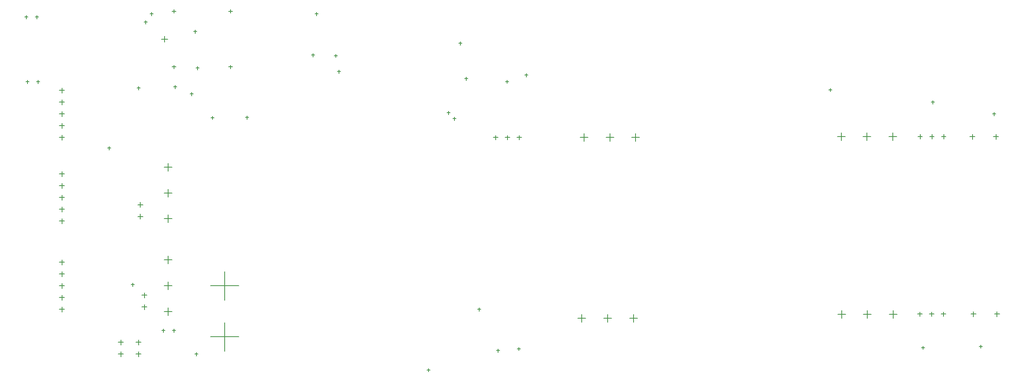
<source format=gbr>
G04*
G04 #@! TF.GenerationSoftware,Altium Limited,Altium Designer,24.1.2 (44)*
G04*
G04 Layer_Color=128*
%FSLAX25Y25*%
%MOIN*%
G70*
G04*
G04 #@! TF.SameCoordinates,DAD59E85-0841-476F-99BD-E5F442491B29*
G04*
G04*
G04 #@! TF.FilePolarity,Positive*
G04*
G01*
G75*
%ADD76C,0.00500*%
D76*
X1585433Y525000D02*
X1592126D01*
X1588780Y521654D02*
Y528346D01*
X1563543Y525000D02*
X1570236D01*
X1566890Y521654D02*
Y528346D01*
X1541654Y525000D02*
X1548347D01*
X1545000Y521654D02*
Y528346D01*
X1227894Y355693D02*
X1252106D01*
X1240000Y343587D02*
Y367799D01*
X1227894Y399000D02*
X1252106D01*
X1240000Y386894D02*
Y411106D01*
X1760212Y374944D02*
X1766905D01*
X1763559Y371598D02*
Y378290D01*
X1782102Y374944D02*
X1788795D01*
X1785448Y371598D02*
Y378290D01*
X1803992Y374944D02*
X1810685D01*
X1807338Y371598D02*
Y378290D01*
X1468032Y525000D02*
X1471968D01*
X1470000Y523032D02*
Y526968D01*
X1478032Y525000D02*
X1481968D01*
X1480000Y523032D02*
Y526968D01*
X1488031Y525000D02*
X1491969D01*
X1490000Y523032D02*
Y526968D01*
X1188653Y421000D02*
X1195347D01*
X1192000Y417654D02*
Y424346D01*
X1188653Y399110D02*
X1195347D01*
X1192000Y395764D02*
Y402457D01*
X1188653Y377221D02*
X1195347D01*
X1192000Y373874D02*
Y380567D01*
X1759945Y525938D02*
X1766637D01*
X1763291Y522591D02*
Y529284D01*
X1781834Y525938D02*
X1788527D01*
X1785181Y522591D02*
Y529284D01*
X1803724Y525938D02*
X1810417D01*
X1807071Y522591D02*
Y529284D01*
X1828247Y525898D02*
X1832184D01*
X1830215Y523930D02*
Y527867D01*
X1838247Y525898D02*
X1842184D01*
X1840215Y523930D02*
Y527867D01*
X1848247Y525898D02*
X1852184D01*
X1850215Y523930D02*
Y527867D01*
X1892410Y525767D02*
X1896780D01*
X1894595Y523582D02*
Y527952D01*
X1872410Y525767D02*
X1876780D01*
X1874595Y523582D02*
Y527952D01*
X1893266Y375000D02*
X1897636D01*
X1895451Y372815D02*
Y377185D01*
X1873265Y375000D02*
X1877636D01*
X1875451Y372815D02*
Y377185D01*
X1164835Y351000D02*
X1169165D01*
X1167000Y348835D02*
Y353165D01*
X1164835Y341000D02*
X1169165D01*
X1167000Y338835D02*
Y343165D01*
X1149835Y351000D02*
X1154165D01*
X1152000Y348835D02*
Y353165D01*
X1149835Y341000D02*
X1154165D01*
X1152000Y338835D02*
Y343165D01*
X1583543Y371398D02*
X1590236D01*
X1586890Y368051D02*
Y374744D01*
X1561654Y371398D02*
X1568347D01*
X1565000Y368051D02*
Y374744D01*
X1539764Y371398D02*
X1546457D01*
X1543110Y368051D02*
Y374744D01*
X1188653Y456000D02*
X1195347D01*
X1192000Y452654D02*
Y459346D01*
X1188653Y477890D02*
X1195347D01*
X1192000Y474543D02*
Y481236D01*
X1188653Y499780D02*
X1195347D01*
X1192000Y496433D02*
Y503126D01*
X1099835Y399000D02*
X1104165D01*
X1102000Y396835D02*
Y401165D01*
X1099835Y379000D02*
X1104165D01*
X1102000Y376835D02*
Y381165D01*
X1099835Y389000D02*
X1104165D01*
X1102000Y386835D02*
Y391165D01*
X1099835Y409000D02*
X1104165D01*
X1102000Y406835D02*
Y411165D01*
X1099835Y419000D02*
X1104165D01*
X1102000Y416835D02*
Y421165D01*
X1099835Y474000D02*
X1104165D01*
X1102000Y471835D02*
Y476165D01*
X1099835Y454000D02*
X1104165D01*
X1102000Y451835D02*
Y456165D01*
X1099835Y464000D02*
X1104165D01*
X1102000Y461835D02*
Y466165D01*
X1099835Y484000D02*
X1104165D01*
X1102000Y481835D02*
Y486165D01*
X1099835Y494000D02*
X1104165D01*
X1102000Y491835D02*
Y496165D01*
X1099835Y545000D02*
X1104165D01*
X1102000Y542835D02*
Y547165D01*
X1099835Y525000D02*
X1104165D01*
X1102000Y522835D02*
Y527165D01*
X1099835Y535000D02*
X1104165D01*
X1102000Y532835D02*
Y537165D01*
X1099835Y555000D02*
X1104165D01*
X1102000Y552835D02*
Y557165D01*
X1099835Y565000D02*
X1104165D01*
X1102000Y562835D02*
Y567165D01*
X1169835Y391000D02*
X1174165D01*
X1172000Y388835D02*
Y393165D01*
X1169835Y381000D02*
X1174165D01*
X1172000Y378835D02*
Y383165D01*
X1166232Y467890D02*
X1170563D01*
X1168398Y465724D02*
Y470055D01*
X1166232Y457890D02*
X1170563D01*
X1168398Y455724D02*
Y460055D01*
X1828032Y375000D02*
X1831968D01*
X1830000Y373031D02*
Y376969D01*
X1838032Y375000D02*
X1841969D01*
X1840000Y373031D02*
Y376969D01*
X1848031Y375000D02*
X1851969D01*
X1850000Y373031D02*
Y376969D01*
X1186457Y608622D02*
X1191732D01*
X1189095Y605984D02*
Y611260D01*
X1195394Y632244D02*
X1198543D01*
X1196968Y630669D02*
Y633819D01*
X1195394Y585000D02*
X1198543D01*
X1196968Y583425D02*
Y586575D01*
X1243425Y632244D02*
X1246575D01*
X1245000Y630669D02*
Y633819D01*
X1243425Y585000D02*
X1246575D01*
X1245000Y583425D02*
Y586575D01*
X1428600Y546000D02*
X1431400D01*
X1430000Y544600D02*
Y547400D01*
X1433600Y541000D02*
X1436400D01*
X1435000Y539600D02*
Y542400D01*
X1210600Y562000D02*
X1213400D01*
X1212000Y560600D02*
Y563400D01*
X1171600Y623000D02*
X1174400D01*
X1173000Y621600D02*
Y624400D01*
X1176600Y630000D02*
X1179400D01*
X1178000Y628600D02*
Y631400D01*
X1070313Y627338D02*
X1073113D01*
X1071713Y625938D02*
Y628738D01*
X1079313Y627338D02*
X1082113D01*
X1080713Y625938D02*
Y628738D01*
X1071313Y572338D02*
X1074113D01*
X1072713Y570938D02*
Y573738D01*
X1080313Y572338D02*
X1083113D01*
X1081713Y570938D02*
Y573738D01*
X1195600Y361000D02*
X1198400D01*
X1197000Y359600D02*
Y362400D01*
X1186600Y361000D02*
X1189400D01*
X1188000Y359600D02*
Y362400D01*
X1488347Y345486D02*
X1491147D01*
X1489747Y344086D02*
Y346886D01*
X1831347Y346486D02*
X1834147D01*
X1832747Y345086D02*
Y347886D01*
X1880347Y347486D02*
X1883147D01*
X1881747Y346086D02*
Y348886D01*
X1891600Y545000D02*
X1894400D01*
X1893000Y543600D02*
Y546400D01*
X1839600Y555000D02*
X1842400D01*
X1841000Y553600D02*
Y556400D01*
X1478347Y572486D02*
X1481147D01*
X1479747Y571086D02*
Y573886D01*
X1494600Y578000D02*
X1497400D01*
X1496000Y576600D02*
Y579400D01*
X1335600Y581000D02*
X1338400D01*
X1337000Y579600D02*
Y582400D01*
X1214600Y341000D02*
X1217400D01*
X1216000Y339600D02*
Y342400D01*
X1332950Y594558D02*
X1335750D01*
X1334350Y593158D02*
Y595958D01*
X1196600Y568000D02*
X1199400D01*
X1198000Y566600D02*
Y569400D01*
X1165600Y567000D02*
X1168400D01*
X1167000Y565600D02*
Y568400D01*
X1215600Y584000D02*
X1218400D01*
X1217000Y582600D02*
Y585400D01*
X1257600Y542000D02*
X1260400D01*
X1259000Y540600D02*
Y543400D01*
X1228315Y541766D02*
X1231115D01*
X1229715Y540366D02*
Y543166D01*
X1316600Y630000D02*
X1319400D01*
X1318000Y628600D02*
Y631400D01*
X1140600Y516000D02*
X1143400D01*
X1142000Y514600D02*
Y517400D01*
X1411600Y327500D02*
X1414400D01*
X1413000Y326100D02*
Y328900D01*
X1470600Y344000D02*
X1473400D01*
X1472000Y342600D02*
Y345400D01*
X1454600Y379000D02*
X1457400D01*
X1456000Y377600D02*
Y380400D01*
X1160600Y400000D02*
X1163400D01*
X1162000Y398600D02*
Y401400D01*
X1213600Y615000D02*
X1216400D01*
X1215000Y613600D02*
Y616400D01*
X1313600Y595000D02*
X1316400D01*
X1315000Y593600D02*
Y596400D01*
X1438600Y605000D02*
X1441400D01*
X1440000Y603600D02*
Y606400D01*
X1443600Y575000D02*
X1446400D01*
X1445000Y573600D02*
Y576400D01*
X1752697Y565458D02*
X1755497D01*
X1754097Y564058D02*
Y566858D01*
M02*

</source>
